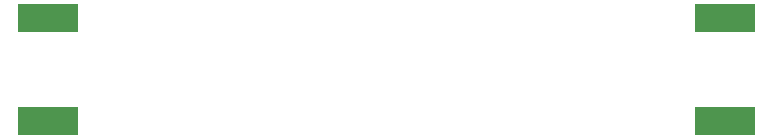
<source format=gbr>
%TF.GenerationSoftware,Altium Limited,Altium Designer,24.6.1 (21)*%
G04 Layer_Color=16711935*
%FSLAX45Y45*%
%MOMM*%
%TF.SameCoordinates,938BD6B4-B4CB-411F-8767-7B88C634C079*%
%TF.FilePolarity,Negative*%
%TF.FileFunction,Soldermask,Bot*%
%TF.Part,Single*%
G01*
G75*
%TA.AperFunction,ConnectorPad*%
%ADD11R,5.08000X2.41300*%
%TA.AperFunction,ViaPad*%
%ADD25C,2.00320*%
D11*
X2802660Y4189350D02*
D03*
Y5065650D02*
D03*
X8534840Y5063150D02*
D03*
Y4186850D02*
D03*
D25*
X8675000Y4185000D02*
D03*
X8397500Y4190000D02*
D03*
X8402500Y5070000D02*
D03*
X8670000D02*
D03*
X2950000Y5075000D02*
D03*
X2670000D02*
D03*
X2942500Y4197500D02*
D03*
X2667500Y4195000D02*
D03*
%TF.MD5,94fab817d8c3578dd8ac7f6d95dde4c6*%
M02*

</source>
